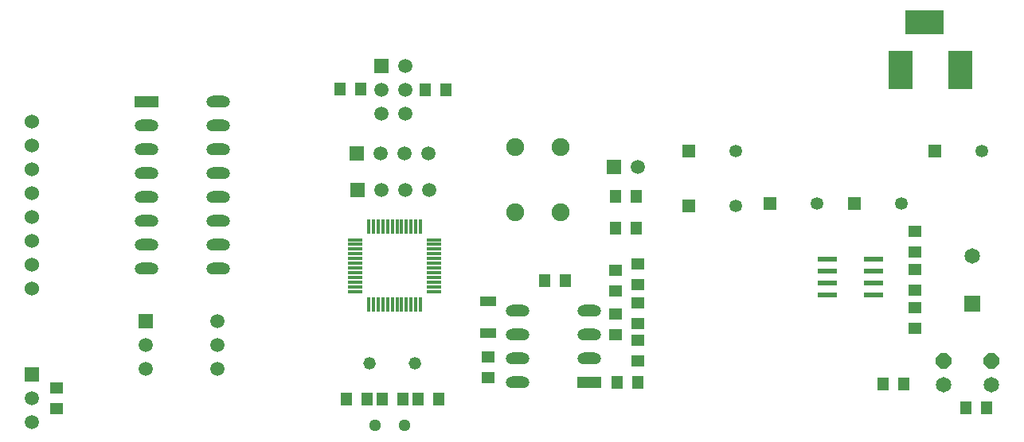
<source format=gbr>
G04*
G04 #@! TF.GenerationSoftware,Altium Limited,Altium Designer,22.4.2 (48)*
G04*
G04 Layer_Color=255*
%FSLAX24Y24*%
%MOIN*%
G70*
G04*
G04 #@! TF.SameCoordinates,3D4B7757-4479-4088-A00E-F10E6AE17A54*
G04*
G04*
G04 #@! TF.FilePolarity,Positive*
G04*
G01*
G75*
G04:AMPARAMS|DCode=21|XSize=11mil|YSize=61.4mil|CornerRadius=2.8mil|HoleSize=0mil|Usage=FLASHONLY|Rotation=180.000|XOffset=0mil|YOffset=0mil|HoleType=Round|Shape=RoundedRectangle|*
%AMROUNDEDRECTD21*
21,1,0.0110,0.0559,0,0,180.0*
21,1,0.0055,0.0614,0,0,180.0*
1,1,0.0055,-0.0028,0.0280*
1,1,0.0055,0.0028,0.0280*
1,1,0.0055,0.0028,-0.0280*
1,1,0.0055,-0.0028,-0.0280*
%
%ADD21ROUNDEDRECTD21*%
G04:AMPARAMS|DCode=22|XSize=11mil|YSize=61.4mil|CornerRadius=2.8mil|HoleSize=0mil|Usage=FLASHONLY|Rotation=90.000|XOffset=0mil|YOffset=0mil|HoleType=Round|Shape=RoundedRectangle|*
%AMROUNDEDRECTD22*
21,1,0.0110,0.0559,0,0,90.0*
21,1,0.0055,0.0614,0,0,90.0*
1,1,0.0055,0.0280,0.0028*
1,1,0.0055,0.0280,-0.0028*
1,1,0.0055,-0.0280,-0.0028*
1,1,0.0055,-0.0280,0.0028*
%
%ADD22ROUNDEDRECTD22*%
%ADD23R,0.0472X0.0551*%
%ADD24R,0.0551X0.0472*%
%ADD25R,0.0689X0.0394*%
G04:AMPARAMS|DCode=26|XSize=77.6mil|YSize=23.2mil|CornerRadius=2.9mil|HoleSize=0mil|Usage=FLASHONLY|Rotation=0.000|XOffset=0mil|YOffset=0mil|HoleType=Round|Shape=RoundedRectangle|*
%AMROUNDEDRECTD26*
21,1,0.0776,0.0174,0,0,0.0*
21,1,0.0718,0.0232,0,0,0.0*
1,1,0.0058,0.0359,-0.0087*
1,1,0.0058,-0.0359,-0.0087*
1,1,0.0058,-0.0359,0.0087*
1,1,0.0058,0.0359,0.0087*
%
%ADD26ROUNDEDRECTD26*%
%ADD38C,0.0600*%
%ADD52C,0.0591*%
%ADD53R,0.0591X0.0591*%
%ADD54R,0.1000X0.0500*%
%ADD55O,0.1000X0.0500*%
%ADD56C,0.0520*%
%ADD57R,0.0591X0.0591*%
%ADD58C,0.0512*%
%ADD59C,0.0750*%
%ADD60R,0.0531X0.0531*%
%ADD61C,0.0531*%
%ADD62P,0.0704X8X292.5*%
%ADD63C,0.0650*%
%ADD64R,0.0650X0.0650*%
%ADD65C,0.0650*%
%ADD66R,0.1600X0.1000*%
%ADD67R,0.1000X0.1600*%
D21*
X24338Y7155D02*
D03*
X24535D02*
D03*
X24732D02*
D03*
X24929D02*
D03*
X25126D02*
D03*
X25323D02*
D03*
X25519D02*
D03*
X25716D02*
D03*
X25913D02*
D03*
X26110D02*
D03*
X26307D02*
D03*
X26504D02*
D03*
Y10446D02*
D03*
X26307D02*
D03*
X26110D02*
D03*
X25913D02*
D03*
X25716D02*
D03*
X25519D02*
D03*
X25323D02*
D03*
X25126D02*
D03*
X24929D02*
D03*
X24732D02*
D03*
X24535D02*
D03*
X24338D02*
D03*
D22*
X27067Y7718D02*
D03*
Y7915D02*
D03*
Y8111D02*
D03*
Y8308D02*
D03*
Y8505D02*
D03*
Y8702D02*
D03*
Y8899D02*
D03*
Y9096D02*
D03*
Y9292D02*
D03*
Y9489D02*
D03*
Y9686D02*
D03*
Y9883D02*
D03*
X23775D02*
D03*
Y9686D02*
D03*
Y9489D02*
D03*
Y9292D02*
D03*
Y9096D02*
D03*
Y8899D02*
D03*
Y8702D02*
D03*
Y8505D02*
D03*
Y8308D02*
D03*
Y8111D02*
D03*
Y7915D02*
D03*
Y7718D02*
D03*
D23*
X25754Y3200D02*
D03*
X24888D02*
D03*
X23388D02*
D03*
X24254D02*
D03*
X27254D02*
D03*
X26388D02*
D03*
X24014Y16190D02*
D03*
X23148D02*
D03*
X27564Y16160D02*
D03*
X26698D02*
D03*
X35534Y11705D02*
D03*
X34668D02*
D03*
Y10380D02*
D03*
X35534D02*
D03*
X35612Y3900D02*
D03*
X34746D02*
D03*
X46725Y3849D02*
D03*
X45859D02*
D03*
X50214Y2850D02*
D03*
X49348D02*
D03*
X32558Y8164D02*
D03*
X31692D02*
D03*
D24*
X11271Y2797D02*
D03*
Y3663D02*
D03*
X34678Y6771D02*
D03*
Y5905D02*
D03*
X35611Y5654D02*
D03*
Y4788D02*
D03*
X35601Y7243D02*
D03*
Y6377D02*
D03*
X35611Y8883D02*
D03*
Y8017D02*
D03*
X29340Y4111D02*
D03*
Y4977D02*
D03*
X47201Y6177D02*
D03*
Y7043D02*
D03*
Y7777D02*
D03*
Y8643D02*
D03*
Y9377D02*
D03*
Y10243D02*
D03*
X34678Y7731D02*
D03*
Y8597D02*
D03*
D25*
X29340Y5953D02*
D03*
Y7292D02*
D03*
D26*
X45475Y9060D02*
D03*
Y8560D02*
D03*
Y8060D02*
D03*
Y7560D02*
D03*
X43527D02*
D03*
Y8060D02*
D03*
Y8560D02*
D03*
Y9060D02*
D03*
D38*
X10221Y14830D02*
D03*
Y13830D02*
D03*
Y12830D02*
D03*
Y11830D02*
D03*
Y10830D02*
D03*
Y9830D02*
D03*
Y8830D02*
D03*
Y7830D02*
D03*
D52*
X26851Y11970D02*
D03*
X25851D02*
D03*
X24851D02*
D03*
X14984Y5470D02*
D03*
Y4470D02*
D03*
X17984Y6470D02*
D03*
Y5470D02*
D03*
Y4470D02*
D03*
X25861Y17168D02*
D03*
X24861Y16168D02*
D03*
X25861D02*
D03*
X24861Y15168D02*
D03*
X25861D02*
D03*
X24845Y13492D02*
D03*
X25845D02*
D03*
X26845D02*
D03*
X10221Y2243D02*
D03*
Y3243D02*
D03*
X35615Y12935D02*
D03*
D53*
X23851Y11970D02*
D03*
X14984Y6470D02*
D03*
X23845Y13492D02*
D03*
X34615Y12935D02*
D03*
D54*
X15041Y15680D02*
D03*
X33561Y3900D02*
D03*
D55*
X15041Y14680D02*
D03*
Y13680D02*
D03*
Y12680D02*
D03*
Y11680D02*
D03*
Y10680D02*
D03*
Y9680D02*
D03*
Y8680D02*
D03*
X18041Y15680D02*
D03*
Y14680D02*
D03*
Y13680D02*
D03*
Y12680D02*
D03*
Y11680D02*
D03*
Y10680D02*
D03*
Y9680D02*
D03*
Y8680D02*
D03*
X30561Y6900D02*
D03*
Y5900D02*
D03*
Y4900D02*
D03*
Y3900D02*
D03*
X33561Y6900D02*
D03*
Y5900D02*
D03*
Y4900D02*
D03*
D56*
X26271Y4700D02*
D03*
X24371D02*
D03*
D57*
X24861Y17168D02*
D03*
X10221Y4243D02*
D03*
D58*
X24611Y2100D02*
D03*
X25831D02*
D03*
D59*
X32358Y13761D02*
D03*
X30478Y11051D02*
D03*
X32358D02*
D03*
X30478Y13761D02*
D03*
D60*
X48017Y13610D02*
D03*
X37717Y11310D02*
D03*
Y13610D02*
D03*
X41117Y11410D02*
D03*
X44665D02*
D03*
D61*
X49985Y13610D02*
D03*
X39685Y11310D02*
D03*
Y13610D02*
D03*
X43085Y11410D02*
D03*
X46634D02*
D03*
D62*
X48401Y4810D02*
D03*
X50401D02*
D03*
D63*
X48401Y3810D02*
D03*
X50401D02*
D03*
D64*
X49601Y7210D02*
D03*
D65*
Y9210D02*
D03*
D66*
X47601Y19010D02*
D03*
D67*
X49101Y17010D02*
D03*
X46601D02*
D03*
M02*

</source>
